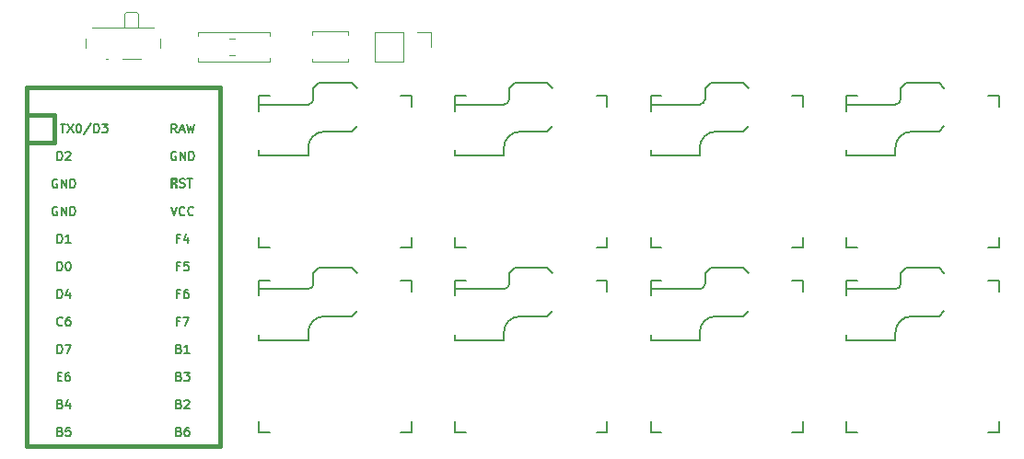
<source format=gbr>
%TF.GenerationSoftware,KiCad,Pcbnew,5.1.8*%
%TF.CreationDate,2021-02-04T11:55:25-06:00*%
%TF.ProjectId,small-paintbrush-hotswap,736d616c-6c2d-4706-9169-6e7462727573,rev?*%
%TF.SameCoordinates,Original*%
%TF.FileFunction,Legend,Top*%
%TF.FilePolarity,Positive*%
%FSLAX46Y46*%
G04 Gerber Fmt 4.6, Leading zero omitted, Abs format (unit mm)*
G04 Created by KiCad (PCBNEW 5.1.8) date 2021-02-04 11:55:25*
%MOMM*%
%LPD*%
G01*
G04 APERTURE LIST*
%ADD10C,0.150000*%
%ADD11C,0.381000*%
%ADD12C,0.120000*%
G04 APERTURE END LIST*
D10*
%TO.C,KEY3*%
X130500000Y-32800000D02*
X130500000Y-33500000D01*
X130500000Y-33500000D02*
X126000000Y-33500000D01*
X131500000Y-26800000D02*
X131000000Y-27300000D01*
X131000000Y-28300000D02*
X131000000Y-27300000D01*
X126000000Y-28800000D02*
X130500000Y-28800000D01*
X135000000Y-30800000D02*
X134500000Y-31300000D01*
X126000000Y-29400000D02*
X126000000Y-28800000D01*
X134500000Y-31300000D02*
X132000000Y-31300000D01*
X135000000Y-27300000D02*
X134500000Y-26800000D01*
X134500000Y-26800000D02*
X131500000Y-26800000D01*
X126000000Y-33500000D02*
X126000000Y-33000000D01*
X140000000Y-28000000D02*
X140000000Y-29000000D01*
X139000000Y-28000000D02*
X140000000Y-28000000D01*
X140000000Y-42000000D02*
X139000000Y-42000000D01*
X140000000Y-41000000D02*
X140000000Y-42000000D01*
X126000000Y-42000000D02*
X126000000Y-41000000D01*
X127000000Y-42000000D02*
X126000000Y-42000000D01*
X126000000Y-28000000D02*
X127000000Y-28000000D01*
X126000000Y-29000000D02*
X126000000Y-28000000D01*
X132000000Y-31300000D02*
G75*
G03*
X130500000Y-32800000I0J-1500000D01*
G01*
X130500000Y-28800000D02*
G75*
G03*
X131000000Y-28300000I0J500000D01*
G01*
%TO.C,KEY8*%
X148500000Y-49800000D02*
X148500000Y-50500000D01*
X148500000Y-50500000D02*
X144000000Y-50500000D01*
X149500000Y-43800000D02*
X149000000Y-44300000D01*
X149000000Y-45300000D02*
X149000000Y-44300000D01*
X144000000Y-45800000D02*
X148500000Y-45800000D01*
X153000000Y-47800000D02*
X152500000Y-48300000D01*
X144000000Y-46400000D02*
X144000000Y-45800000D01*
X152500000Y-48300000D02*
X150000000Y-48300000D01*
X153000000Y-44300000D02*
X152500000Y-43800000D01*
X152500000Y-43800000D02*
X149500000Y-43800000D01*
X144000000Y-50500000D02*
X144000000Y-50000000D01*
X158000000Y-45000000D02*
X158000000Y-46000000D01*
X157000000Y-45000000D02*
X158000000Y-45000000D01*
X158000000Y-59000000D02*
X157000000Y-59000000D01*
X158000000Y-58000000D02*
X158000000Y-59000000D01*
X144000000Y-59000000D02*
X144000000Y-58000000D01*
X145000000Y-59000000D02*
X144000000Y-59000000D01*
X144000000Y-45000000D02*
X145000000Y-45000000D01*
X144000000Y-46000000D02*
X144000000Y-45000000D01*
X150000000Y-48300000D02*
G75*
G03*
X148500000Y-49800000I0J-1500000D01*
G01*
X148500000Y-45800000D02*
G75*
G03*
X149000000Y-45300000I0J500000D01*
G01*
%TO.C,KEY7*%
X130500000Y-49800000D02*
X130500000Y-50500000D01*
X130500000Y-50500000D02*
X126000000Y-50500000D01*
X131500000Y-43800000D02*
X131000000Y-44300000D01*
X131000000Y-45300000D02*
X131000000Y-44300000D01*
X126000000Y-45800000D02*
X130500000Y-45800000D01*
X135000000Y-47800000D02*
X134500000Y-48300000D01*
X126000000Y-46400000D02*
X126000000Y-45800000D01*
X134500000Y-48300000D02*
X132000000Y-48300000D01*
X135000000Y-44300000D02*
X134500000Y-43800000D01*
X134500000Y-43800000D02*
X131500000Y-43800000D01*
X126000000Y-50500000D02*
X126000000Y-50000000D01*
X140000000Y-45000000D02*
X140000000Y-46000000D01*
X139000000Y-45000000D02*
X140000000Y-45000000D01*
X140000000Y-59000000D02*
X139000000Y-59000000D01*
X140000000Y-58000000D02*
X140000000Y-59000000D01*
X126000000Y-59000000D02*
X126000000Y-58000000D01*
X127000000Y-59000000D02*
X126000000Y-59000000D01*
X126000000Y-45000000D02*
X127000000Y-45000000D01*
X126000000Y-46000000D02*
X126000000Y-45000000D01*
X132000000Y-48300000D02*
G75*
G03*
X130500000Y-49800000I0J-1500000D01*
G01*
X130500000Y-45800000D02*
G75*
G03*
X131000000Y-45300000I0J500000D01*
G01*
%TO.C,KEY6*%
X112500000Y-49800000D02*
X112500000Y-50500000D01*
X112500000Y-50500000D02*
X108000000Y-50500000D01*
X113500000Y-43800000D02*
X113000000Y-44300000D01*
X113000000Y-45300000D02*
X113000000Y-44300000D01*
X108000000Y-45800000D02*
X112500000Y-45800000D01*
X117000000Y-47800000D02*
X116500000Y-48300000D01*
X108000000Y-46400000D02*
X108000000Y-45800000D01*
X116500000Y-48300000D02*
X114000000Y-48300000D01*
X117000000Y-44300000D02*
X116500000Y-43800000D01*
X116500000Y-43800000D02*
X113500000Y-43800000D01*
X108000000Y-50500000D02*
X108000000Y-50000000D01*
X122000000Y-45000000D02*
X122000000Y-46000000D01*
X121000000Y-45000000D02*
X122000000Y-45000000D01*
X122000000Y-59000000D02*
X121000000Y-59000000D01*
X122000000Y-58000000D02*
X122000000Y-59000000D01*
X108000000Y-59000000D02*
X108000000Y-58000000D01*
X109000000Y-59000000D02*
X108000000Y-59000000D01*
X108000000Y-45000000D02*
X109000000Y-45000000D01*
X108000000Y-46000000D02*
X108000000Y-45000000D01*
X114000000Y-48300000D02*
G75*
G03*
X112500000Y-49800000I0J-1500000D01*
G01*
X112500000Y-45800000D02*
G75*
G03*
X113000000Y-45300000I0J500000D01*
G01*
%TO.C,KEY5*%
X94500000Y-49800000D02*
X94500000Y-50500000D01*
X94500000Y-50500000D02*
X90000000Y-50500000D01*
X95500000Y-43800000D02*
X95000000Y-44300000D01*
X95000000Y-45300000D02*
X95000000Y-44300000D01*
X90000000Y-45800000D02*
X94500000Y-45800000D01*
X99000000Y-47800000D02*
X98500000Y-48300000D01*
X90000000Y-46400000D02*
X90000000Y-45800000D01*
X98500000Y-48300000D02*
X96000000Y-48300000D01*
X99000000Y-44300000D02*
X98500000Y-43800000D01*
X98500000Y-43800000D02*
X95500000Y-43800000D01*
X90000000Y-50500000D02*
X90000000Y-50000000D01*
X104000000Y-45000000D02*
X104000000Y-46000000D01*
X103000000Y-45000000D02*
X104000000Y-45000000D01*
X104000000Y-59000000D02*
X103000000Y-59000000D01*
X104000000Y-58000000D02*
X104000000Y-59000000D01*
X90000000Y-59000000D02*
X90000000Y-58000000D01*
X91000000Y-59000000D02*
X90000000Y-59000000D01*
X90000000Y-45000000D02*
X91000000Y-45000000D01*
X90000000Y-46000000D02*
X90000000Y-45000000D01*
X96000000Y-48300000D02*
G75*
G03*
X94500000Y-49800000I0J-1500000D01*
G01*
X94500000Y-45800000D02*
G75*
G03*
X95000000Y-45300000I0J500000D01*
G01*
%TO.C,KEY4*%
X148500000Y-32800000D02*
X148500000Y-33500000D01*
X148500000Y-33500000D02*
X144000000Y-33500000D01*
X149500000Y-26800000D02*
X149000000Y-27300000D01*
X149000000Y-28300000D02*
X149000000Y-27300000D01*
X144000000Y-28800000D02*
X148500000Y-28800000D01*
X153000000Y-30800000D02*
X152500000Y-31300000D01*
X144000000Y-29400000D02*
X144000000Y-28800000D01*
X152500000Y-31300000D02*
X150000000Y-31300000D01*
X153000000Y-27300000D02*
X152500000Y-26800000D01*
X152500000Y-26800000D02*
X149500000Y-26800000D01*
X144000000Y-33500000D02*
X144000000Y-33000000D01*
X158000000Y-28000000D02*
X158000000Y-29000000D01*
X157000000Y-28000000D02*
X158000000Y-28000000D01*
X158000000Y-42000000D02*
X157000000Y-42000000D01*
X158000000Y-41000000D02*
X158000000Y-42000000D01*
X144000000Y-42000000D02*
X144000000Y-41000000D01*
X145000000Y-42000000D02*
X144000000Y-42000000D01*
X144000000Y-28000000D02*
X145000000Y-28000000D01*
X144000000Y-29000000D02*
X144000000Y-28000000D01*
X150000000Y-31300000D02*
G75*
G03*
X148500000Y-32800000I0J-1500000D01*
G01*
X148500000Y-28800000D02*
G75*
G03*
X149000000Y-28300000I0J500000D01*
G01*
%TO.C,KEY2*%
X112500000Y-32800000D02*
X112500000Y-33500000D01*
X112500000Y-33500000D02*
X108000000Y-33500000D01*
X113500000Y-26800000D02*
X113000000Y-27300000D01*
X113000000Y-28300000D02*
X113000000Y-27300000D01*
X108000000Y-28800000D02*
X112500000Y-28800000D01*
X117000000Y-30800000D02*
X116500000Y-31300000D01*
X108000000Y-29400000D02*
X108000000Y-28800000D01*
X116500000Y-31300000D02*
X114000000Y-31300000D01*
X117000000Y-27300000D02*
X116500000Y-26800000D01*
X116500000Y-26800000D02*
X113500000Y-26800000D01*
X108000000Y-33500000D02*
X108000000Y-33000000D01*
X122000000Y-28000000D02*
X122000000Y-29000000D01*
X121000000Y-28000000D02*
X122000000Y-28000000D01*
X122000000Y-42000000D02*
X121000000Y-42000000D01*
X122000000Y-41000000D02*
X122000000Y-42000000D01*
X108000000Y-42000000D02*
X108000000Y-41000000D01*
X109000000Y-42000000D02*
X108000000Y-42000000D01*
X108000000Y-28000000D02*
X109000000Y-28000000D01*
X108000000Y-29000000D02*
X108000000Y-28000000D01*
X114000000Y-31300000D02*
G75*
G03*
X112500000Y-32800000I0J-1500000D01*
G01*
X112500000Y-28800000D02*
G75*
G03*
X113000000Y-28300000I0J500000D01*
G01*
%TO.C,KEY1*%
X94500000Y-32800000D02*
X94500000Y-33500000D01*
X94500000Y-33500000D02*
X90000000Y-33500000D01*
X95500000Y-26800000D02*
X95000000Y-27300000D01*
X95000000Y-28300000D02*
X95000000Y-27300000D01*
X90000000Y-28800000D02*
X94500000Y-28800000D01*
X99000000Y-30800000D02*
X98500000Y-31300000D01*
X90000000Y-29400000D02*
X90000000Y-28800000D01*
X98500000Y-31300000D02*
X96000000Y-31300000D01*
X99000000Y-27300000D02*
X98500000Y-26800000D01*
X98500000Y-26800000D02*
X95500000Y-26800000D01*
X90000000Y-33500000D02*
X90000000Y-33000000D01*
X104000000Y-28000000D02*
X104000000Y-29000000D01*
X103000000Y-28000000D02*
X104000000Y-28000000D01*
X104000000Y-42000000D02*
X103000000Y-42000000D01*
X104000000Y-41000000D02*
X104000000Y-42000000D01*
X90000000Y-42000000D02*
X90000000Y-41000000D01*
X91000000Y-42000000D02*
X90000000Y-42000000D01*
X90000000Y-28000000D02*
X91000000Y-28000000D01*
X90000000Y-29000000D02*
X90000000Y-28000000D01*
X96000000Y-31300000D02*
G75*
G03*
X94500000Y-32800000I0J-1500000D01*
G01*
X94500000Y-28800000D02*
G75*
G03*
X95000000Y-28300000I0J500000D01*
G01*
D11*
%TO.C,U1*%
X68610000Y-29760000D02*
X68610000Y-60240000D01*
X68610000Y-60240000D02*
X86390000Y-60240000D01*
X86390000Y-60240000D02*
X86390000Y-29760000D01*
X71150000Y-29760000D02*
X71150000Y-32300000D01*
X71150000Y-32300000D02*
X68610000Y-32300000D01*
D10*
G36*
X82431568Y-35639360D02*
G01*
X82431568Y-35939360D01*
X82331568Y-35939360D01*
X82331568Y-35639360D01*
X82431568Y-35639360D01*
G37*
X82431568Y-35639360D02*
X82431568Y-35939360D01*
X82331568Y-35939360D01*
X82331568Y-35639360D01*
X82431568Y-35639360D01*
G36*
X82231568Y-36039360D02*
G01*
X82231568Y-36139360D01*
X82131568Y-36139360D01*
X82131568Y-36039360D01*
X82231568Y-36039360D01*
G37*
X82231568Y-36039360D02*
X82231568Y-36139360D01*
X82131568Y-36139360D01*
X82131568Y-36039360D01*
X82231568Y-36039360D01*
G36*
X82431568Y-35639360D02*
G01*
X82431568Y-35739360D01*
X81931568Y-35739360D01*
X81931568Y-35639360D01*
X82431568Y-35639360D01*
G37*
X82431568Y-35639360D02*
X82431568Y-35739360D01*
X81931568Y-35739360D01*
X81931568Y-35639360D01*
X82431568Y-35639360D01*
G36*
X82031568Y-35639360D02*
G01*
X82031568Y-36439360D01*
X81931568Y-36439360D01*
X81931568Y-35639360D01*
X82031568Y-35639360D01*
G37*
X82031568Y-35639360D02*
X82031568Y-36439360D01*
X81931568Y-36439360D01*
X81931568Y-35639360D01*
X82031568Y-35639360D01*
G36*
X82431568Y-36239360D02*
G01*
X82431568Y-36439360D01*
X82331568Y-36439360D01*
X82331568Y-36239360D01*
X82431568Y-36239360D01*
G37*
X82431568Y-36239360D02*
X82431568Y-36439360D01*
X82331568Y-36439360D01*
X82331568Y-36239360D01*
X82431568Y-36239360D01*
D11*
X86390000Y-29760000D02*
X86390000Y-27220000D01*
X86390000Y-27220000D02*
X68610000Y-27220000D01*
X68610000Y-27220000D02*
X68610000Y-29760000D01*
X71150000Y-29760000D02*
X68610000Y-29760000D01*
D12*
%TO.C,R2*%
X90960000Y-24540000D02*
X90960000Y-24870000D01*
X90960000Y-24870000D02*
X84420000Y-24870000D01*
X84420000Y-24870000D02*
X84420000Y-24540000D01*
X90960000Y-22460000D02*
X90960000Y-22130000D01*
X90960000Y-22130000D02*
X84420000Y-22130000D01*
X84420000Y-22130000D02*
X84420000Y-22460000D01*
%TO.C,PUSH2*%
X94850000Y-24600000D02*
X94850000Y-24900000D01*
X94850000Y-24900000D02*
X98150000Y-24900000D01*
X98150000Y-24900000D02*
X98150000Y-24600000D01*
X94850000Y-22400000D02*
X94850000Y-22100000D01*
X94850000Y-22100000D02*
X98150000Y-22100000D01*
X98150000Y-22100000D02*
X98150000Y-22400000D01*
%TO.C,SW2*%
X76100000Y-24620000D02*
X75900000Y-24620000D01*
X78900000Y-20480000D02*
X78700000Y-20270000D01*
X77600000Y-20480000D02*
X77800000Y-20270000D01*
X78900000Y-21770000D02*
X78900000Y-20480000D01*
X78700000Y-20270000D02*
X77800000Y-20270000D01*
X77600000Y-20480000D02*
X77600000Y-21770000D01*
X80350000Y-21770000D02*
X74650000Y-21770000D01*
X79100000Y-24620000D02*
X77400000Y-24620000D01*
X80950000Y-23570000D02*
X80950000Y-22780000D01*
X74050000Y-22780000D02*
X74050000Y-23570000D01*
%TO.C,J1*%
X100630000Y-22170000D02*
X100630000Y-24830000D01*
X103230000Y-22170000D02*
X100630000Y-22170000D01*
X103230000Y-24830000D02*
X100630000Y-24830000D01*
X103230000Y-22170000D02*
X103230000Y-24830000D01*
X104500000Y-22170000D02*
X105830000Y-22170000D01*
X105830000Y-22170000D02*
X105830000Y-23500000D01*
%TO.C,R1*%
X87727064Y-24235000D02*
X87272936Y-24235000D01*
X87727064Y-22765000D02*
X87272936Y-22765000D01*
%TO.C,U1*%
D10*
X71737651Y-30591904D02*
X72194794Y-30591904D01*
X71966223Y-31391904D02*
X71966223Y-30591904D01*
X72385270Y-30591904D02*
X72918604Y-31391904D01*
X72918604Y-30591904D02*
X72385270Y-31391904D01*
X73375747Y-30591904D02*
X73451937Y-30591904D01*
X73528128Y-30630000D01*
X73566223Y-30668095D01*
X73604318Y-30744285D01*
X73642413Y-30896666D01*
X73642413Y-31087142D01*
X73604318Y-31239523D01*
X73566223Y-31315714D01*
X73528128Y-31353809D01*
X73451937Y-31391904D01*
X73375747Y-31391904D01*
X73299556Y-31353809D01*
X73261461Y-31315714D01*
X73223366Y-31239523D01*
X73185270Y-31087142D01*
X73185270Y-30896666D01*
X73223366Y-30744285D01*
X73261461Y-30668095D01*
X73299556Y-30630000D01*
X73375747Y-30591904D01*
X74556699Y-30553809D02*
X73870985Y-31582380D01*
X74823366Y-31391904D02*
X74823366Y-30591904D01*
X75013842Y-30591904D01*
X75128128Y-30630000D01*
X75204318Y-30706190D01*
X75242413Y-30782380D01*
X75280508Y-30934761D01*
X75280508Y-31049047D01*
X75242413Y-31201428D01*
X75204318Y-31277619D01*
X75128128Y-31353809D01*
X75013842Y-31391904D01*
X74823366Y-31391904D01*
X75547175Y-30591904D02*
X76042413Y-30591904D01*
X75775747Y-30896666D01*
X75890032Y-30896666D01*
X75966223Y-30934761D01*
X76004318Y-30972857D01*
X76042413Y-31049047D01*
X76042413Y-31239523D01*
X76004318Y-31315714D01*
X75966223Y-31353809D01*
X75890032Y-31391904D01*
X75661461Y-31391904D01*
X75585270Y-31353809D01*
X75547175Y-31315714D01*
X71448523Y-33931904D02*
X71448523Y-33131904D01*
X71639000Y-33131904D01*
X71753285Y-33170000D01*
X71829476Y-33246190D01*
X71867571Y-33322380D01*
X71905666Y-33474761D01*
X71905666Y-33589047D01*
X71867571Y-33741428D01*
X71829476Y-33817619D01*
X71753285Y-33893809D01*
X71639000Y-33931904D01*
X71448523Y-33931904D01*
X72210428Y-33208095D02*
X72248523Y-33170000D01*
X72324714Y-33131904D01*
X72515190Y-33131904D01*
X72591380Y-33170000D01*
X72629476Y-33208095D01*
X72667571Y-33284285D01*
X72667571Y-33360476D01*
X72629476Y-33474761D01*
X72172333Y-33931904D01*
X72667571Y-33931904D01*
X71448523Y-44091904D02*
X71448523Y-43291904D01*
X71639000Y-43291904D01*
X71753285Y-43330000D01*
X71829476Y-43406190D01*
X71867571Y-43482380D01*
X71905666Y-43634761D01*
X71905666Y-43749047D01*
X71867571Y-43901428D01*
X71829476Y-43977619D01*
X71753285Y-44053809D01*
X71639000Y-44091904D01*
X71448523Y-44091904D01*
X72400904Y-43291904D02*
X72477095Y-43291904D01*
X72553285Y-43330000D01*
X72591380Y-43368095D01*
X72629476Y-43444285D01*
X72667571Y-43596666D01*
X72667571Y-43787142D01*
X72629476Y-43939523D01*
X72591380Y-44015714D01*
X72553285Y-44053809D01*
X72477095Y-44091904D01*
X72400904Y-44091904D01*
X72324714Y-44053809D01*
X72286619Y-44015714D01*
X72248523Y-43939523D01*
X72210428Y-43787142D01*
X72210428Y-43596666D01*
X72248523Y-43444285D01*
X72286619Y-43368095D01*
X72324714Y-43330000D01*
X72400904Y-43291904D01*
X71448523Y-41551904D02*
X71448523Y-40751904D01*
X71639000Y-40751904D01*
X71753285Y-40790000D01*
X71829476Y-40866190D01*
X71867571Y-40942380D01*
X71905666Y-41094761D01*
X71905666Y-41209047D01*
X71867571Y-41361428D01*
X71829476Y-41437619D01*
X71753285Y-41513809D01*
X71639000Y-41551904D01*
X71448523Y-41551904D01*
X72667571Y-41551904D02*
X72210428Y-41551904D01*
X72439000Y-41551904D02*
X72439000Y-40751904D01*
X72362809Y-40866190D01*
X72286619Y-40942380D01*
X72210428Y-40980476D01*
X71429476Y-38250000D02*
X71353285Y-38211904D01*
X71239000Y-38211904D01*
X71124714Y-38250000D01*
X71048523Y-38326190D01*
X71010428Y-38402380D01*
X70972333Y-38554761D01*
X70972333Y-38669047D01*
X71010428Y-38821428D01*
X71048523Y-38897619D01*
X71124714Y-38973809D01*
X71239000Y-39011904D01*
X71315190Y-39011904D01*
X71429476Y-38973809D01*
X71467571Y-38935714D01*
X71467571Y-38669047D01*
X71315190Y-38669047D01*
X71810428Y-39011904D02*
X71810428Y-38211904D01*
X72267571Y-39011904D01*
X72267571Y-38211904D01*
X72648523Y-39011904D02*
X72648523Y-38211904D01*
X72839000Y-38211904D01*
X72953285Y-38250000D01*
X73029476Y-38326190D01*
X73067571Y-38402380D01*
X73105666Y-38554761D01*
X73105666Y-38669047D01*
X73067571Y-38821428D01*
X73029476Y-38897619D01*
X72953285Y-38973809D01*
X72839000Y-39011904D01*
X72648523Y-39011904D01*
X71429476Y-35710000D02*
X71353285Y-35671904D01*
X71239000Y-35671904D01*
X71124714Y-35710000D01*
X71048523Y-35786190D01*
X71010428Y-35862380D01*
X70972333Y-36014761D01*
X70972333Y-36129047D01*
X71010428Y-36281428D01*
X71048523Y-36357619D01*
X71124714Y-36433809D01*
X71239000Y-36471904D01*
X71315190Y-36471904D01*
X71429476Y-36433809D01*
X71467571Y-36395714D01*
X71467571Y-36129047D01*
X71315190Y-36129047D01*
X71810428Y-36471904D02*
X71810428Y-35671904D01*
X72267571Y-36471904D01*
X72267571Y-35671904D01*
X72648523Y-36471904D02*
X72648523Y-35671904D01*
X72839000Y-35671904D01*
X72953285Y-35710000D01*
X73029476Y-35786190D01*
X73067571Y-35862380D01*
X73105666Y-36014761D01*
X73105666Y-36129047D01*
X73067571Y-36281428D01*
X73029476Y-36357619D01*
X72953285Y-36433809D01*
X72839000Y-36471904D01*
X72648523Y-36471904D01*
X71448523Y-46631904D02*
X71448523Y-45831904D01*
X71639000Y-45831904D01*
X71753285Y-45870000D01*
X71829476Y-45946190D01*
X71867571Y-46022380D01*
X71905666Y-46174761D01*
X71905666Y-46289047D01*
X71867571Y-46441428D01*
X71829476Y-46517619D01*
X71753285Y-46593809D01*
X71639000Y-46631904D01*
X71448523Y-46631904D01*
X72591380Y-46098571D02*
X72591380Y-46631904D01*
X72400904Y-45793809D02*
X72210428Y-46365238D01*
X72705666Y-46365238D01*
X71905666Y-49095714D02*
X71867571Y-49133809D01*
X71753285Y-49171904D01*
X71677095Y-49171904D01*
X71562809Y-49133809D01*
X71486619Y-49057619D01*
X71448523Y-48981428D01*
X71410428Y-48829047D01*
X71410428Y-48714761D01*
X71448523Y-48562380D01*
X71486619Y-48486190D01*
X71562809Y-48410000D01*
X71677095Y-48371904D01*
X71753285Y-48371904D01*
X71867571Y-48410000D01*
X71905666Y-48448095D01*
X72591380Y-48371904D02*
X72439000Y-48371904D01*
X72362809Y-48410000D01*
X72324714Y-48448095D01*
X72248523Y-48562380D01*
X72210428Y-48714761D01*
X72210428Y-49019523D01*
X72248523Y-49095714D01*
X72286619Y-49133809D01*
X72362809Y-49171904D01*
X72515190Y-49171904D01*
X72591380Y-49133809D01*
X72629476Y-49095714D01*
X72667571Y-49019523D01*
X72667571Y-48829047D01*
X72629476Y-48752857D01*
X72591380Y-48714761D01*
X72515190Y-48676666D01*
X72362809Y-48676666D01*
X72286619Y-48714761D01*
X72248523Y-48752857D01*
X72210428Y-48829047D01*
X71448523Y-51711904D02*
X71448523Y-50911904D01*
X71639000Y-50911904D01*
X71753285Y-50950000D01*
X71829476Y-51026190D01*
X71867571Y-51102380D01*
X71905666Y-51254761D01*
X71905666Y-51369047D01*
X71867571Y-51521428D01*
X71829476Y-51597619D01*
X71753285Y-51673809D01*
X71639000Y-51711904D01*
X71448523Y-51711904D01*
X72172333Y-50911904D02*
X72705666Y-50911904D01*
X72362809Y-51711904D01*
X71486619Y-53832857D02*
X71753285Y-53832857D01*
X71867571Y-54251904D02*
X71486619Y-54251904D01*
X71486619Y-53451904D01*
X71867571Y-53451904D01*
X72553285Y-53451904D02*
X72400904Y-53451904D01*
X72324714Y-53490000D01*
X72286619Y-53528095D01*
X72210428Y-53642380D01*
X72172333Y-53794761D01*
X72172333Y-54099523D01*
X72210428Y-54175714D01*
X72248523Y-54213809D01*
X72324714Y-54251904D01*
X72477095Y-54251904D01*
X72553285Y-54213809D01*
X72591380Y-54175714D01*
X72629476Y-54099523D01*
X72629476Y-53909047D01*
X72591380Y-53832857D01*
X72553285Y-53794761D01*
X72477095Y-53756666D01*
X72324714Y-53756666D01*
X72248523Y-53794761D01*
X72210428Y-53832857D01*
X72172333Y-53909047D01*
X71715190Y-56372857D02*
X71829476Y-56410952D01*
X71867571Y-56449047D01*
X71905666Y-56525238D01*
X71905666Y-56639523D01*
X71867571Y-56715714D01*
X71829476Y-56753809D01*
X71753285Y-56791904D01*
X71448523Y-56791904D01*
X71448523Y-55991904D01*
X71715190Y-55991904D01*
X71791380Y-56030000D01*
X71829476Y-56068095D01*
X71867571Y-56144285D01*
X71867571Y-56220476D01*
X71829476Y-56296666D01*
X71791380Y-56334761D01*
X71715190Y-56372857D01*
X71448523Y-56372857D01*
X72591380Y-56258571D02*
X72591380Y-56791904D01*
X72400904Y-55953809D02*
X72210428Y-56525238D01*
X72705666Y-56525238D01*
X71715190Y-58912857D02*
X71829476Y-58950952D01*
X71867571Y-58989047D01*
X71905666Y-59065238D01*
X71905666Y-59179523D01*
X71867571Y-59255714D01*
X71829476Y-59293809D01*
X71753285Y-59331904D01*
X71448523Y-59331904D01*
X71448523Y-58531904D01*
X71715190Y-58531904D01*
X71791380Y-58570000D01*
X71829476Y-58608095D01*
X71867571Y-58684285D01*
X71867571Y-58760476D01*
X71829476Y-58836666D01*
X71791380Y-58874761D01*
X71715190Y-58912857D01*
X71448523Y-58912857D01*
X72629476Y-58531904D02*
X72248523Y-58531904D01*
X72210428Y-58912857D01*
X72248523Y-58874761D01*
X72324714Y-58836666D01*
X72515190Y-58836666D01*
X72591380Y-58874761D01*
X72629476Y-58912857D01*
X72667571Y-58989047D01*
X72667571Y-59179523D01*
X72629476Y-59255714D01*
X72591380Y-59293809D01*
X72515190Y-59331904D01*
X72324714Y-59331904D01*
X72248523Y-59293809D01*
X72210428Y-59255714D01*
X82637190Y-58912857D02*
X82751476Y-58950952D01*
X82789571Y-58989047D01*
X82827666Y-59065238D01*
X82827666Y-59179523D01*
X82789571Y-59255714D01*
X82751476Y-59293809D01*
X82675285Y-59331904D01*
X82370523Y-59331904D01*
X82370523Y-58531904D01*
X82637190Y-58531904D01*
X82713380Y-58570000D01*
X82751476Y-58608095D01*
X82789571Y-58684285D01*
X82789571Y-58760476D01*
X82751476Y-58836666D01*
X82713380Y-58874761D01*
X82637190Y-58912857D01*
X82370523Y-58912857D01*
X83513380Y-58531904D02*
X83361000Y-58531904D01*
X83284809Y-58570000D01*
X83246714Y-58608095D01*
X83170523Y-58722380D01*
X83132428Y-58874761D01*
X83132428Y-59179523D01*
X83170523Y-59255714D01*
X83208619Y-59293809D01*
X83284809Y-59331904D01*
X83437190Y-59331904D01*
X83513380Y-59293809D01*
X83551476Y-59255714D01*
X83589571Y-59179523D01*
X83589571Y-58989047D01*
X83551476Y-58912857D01*
X83513380Y-58874761D01*
X83437190Y-58836666D01*
X83284809Y-58836666D01*
X83208619Y-58874761D01*
X83170523Y-58912857D01*
X83132428Y-58989047D01*
X82637190Y-53832857D02*
X82751476Y-53870952D01*
X82789571Y-53909047D01*
X82827666Y-53985238D01*
X82827666Y-54099523D01*
X82789571Y-54175714D01*
X82751476Y-54213809D01*
X82675285Y-54251904D01*
X82370523Y-54251904D01*
X82370523Y-53451904D01*
X82637190Y-53451904D01*
X82713380Y-53490000D01*
X82751476Y-53528095D01*
X82789571Y-53604285D01*
X82789571Y-53680476D01*
X82751476Y-53756666D01*
X82713380Y-53794761D01*
X82637190Y-53832857D01*
X82370523Y-53832857D01*
X83094333Y-53451904D02*
X83589571Y-53451904D01*
X83322904Y-53756666D01*
X83437190Y-53756666D01*
X83513380Y-53794761D01*
X83551476Y-53832857D01*
X83589571Y-53909047D01*
X83589571Y-54099523D01*
X83551476Y-54175714D01*
X83513380Y-54213809D01*
X83437190Y-54251904D01*
X83208619Y-54251904D01*
X83132428Y-54213809D01*
X83094333Y-54175714D01*
X82637190Y-51292857D02*
X82751476Y-51330952D01*
X82789571Y-51369047D01*
X82827666Y-51445238D01*
X82827666Y-51559523D01*
X82789571Y-51635714D01*
X82751476Y-51673809D01*
X82675285Y-51711904D01*
X82370523Y-51711904D01*
X82370523Y-50911904D01*
X82637190Y-50911904D01*
X82713380Y-50950000D01*
X82751476Y-50988095D01*
X82789571Y-51064285D01*
X82789571Y-51140476D01*
X82751476Y-51216666D01*
X82713380Y-51254761D01*
X82637190Y-51292857D01*
X82370523Y-51292857D01*
X83589571Y-51711904D02*
X83132428Y-51711904D01*
X83361000Y-51711904D02*
X83361000Y-50911904D01*
X83284809Y-51026190D01*
X83208619Y-51102380D01*
X83132428Y-51140476D01*
X82694333Y-41132857D02*
X82427666Y-41132857D01*
X82427666Y-41551904D02*
X82427666Y-40751904D01*
X82808619Y-40751904D01*
X83456238Y-41018571D02*
X83456238Y-41551904D01*
X83265761Y-40713809D02*
X83075285Y-41285238D01*
X83570523Y-41285238D01*
X81894333Y-38211904D02*
X82161000Y-39011904D01*
X82427666Y-38211904D01*
X83151476Y-38935714D02*
X83113380Y-38973809D01*
X82999095Y-39011904D01*
X82922904Y-39011904D01*
X82808619Y-38973809D01*
X82732428Y-38897619D01*
X82694333Y-38821428D01*
X82656238Y-38669047D01*
X82656238Y-38554761D01*
X82694333Y-38402380D01*
X82732428Y-38326190D01*
X82808619Y-38250000D01*
X82922904Y-38211904D01*
X82999095Y-38211904D01*
X83113380Y-38250000D01*
X83151476Y-38288095D01*
X83951476Y-38935714D02*
X83913380Y-38973809D01*
X83799095Y-39011904D01*
X83722904Y-39011904D01*
X83608619Y-38973809D01*
X83532428Y-38897619D01*
X83494333Y-38821428D01*
X83456238Y-38669047D01*
X83456238Y-38554761D01*
X83494333Y-38402380D01*
X83532428Y-38326190D01*
X83608619Y-38250000D01*
X83722904Y-38211904D01*
X83799095Y-38211904D01*
X83913380Y-38250000D01*
X83951476Y-38288095D01*
X82699786Y-36403809D02*
X82814072Y-36441904D01*
X83004548Y-36441904D01*
X83080739Y-36403809D01*
X83118834Y-36365714D01*
X83156929Y-36289523D01*
X83156929Y-36213333D01*
X83118834Y-36137142D01*
X83080739Y-36099047D01*
X83004548Y-36060952D01*
X82852167Y-36022857D01*
X82775977Y-35984761D01*
X82737881Y-35946666D01*
X82699786Y-35870476D01*
X82699786Y-35794285D01*
X82737881Y-35718095D01*
X82775977Y-35680000D01*
X82852167Y-35641904D01*
X83042643Y-35641904D01*
X83156929Y-35680000D01*
X83385500Y-35641904D02*
X83842643Y-35641904D01*
X83614072Y-36441904D02*
X83614072Y-35641904D01*
X82351476Y-33170000D02*
X82275285Y-33131904D01*
X82161000Y-33131904D01*
X82046714Y-33170000D01*
X81970523Y-33246190D01*
X81932428Y-33322380D01*
X81894333Y-33474761D01*
X81894333Y-33589047D01*
X81932428Y-33741428D01*
X81970523Y-33817619D01*
X82046714Y-33893809D01*
X82161000Y-33931904D01*
X82237190Y-33931904D01*
X82351476Y-33893809D01*
X82389571Y-33855714D01*
X82389571Y-33589047D01*
X82237190Y-33589047D01*
X82732428Y-33931904D02*
X82732428Y-33131904D01*
X83189571Y-33931904D01*
X83189571Y-33131904D01*
X83570523Y-33931904D02*
X83570523Y-33131904D01*
X83761000Y-33131904D01*
X83875285Y-33170000D01*
X83951476Y-33246190D01*
X83989571Y-33322380D01*
X84027666Y-33474761D01*
X84027666Y-33589047D01*
X83989571Y-33741428D01*
X83951476Y-33817619D01*
X83875285Y-33893809D01*
X83761000Y-33931904D01*
X83570523Y-33931904D01*
X82408619Y-31391904D02*
X82141952Y-31010952D01*
X81951476Y-31391904D02*
X81951476Y-30591904D01*
X82256238Y-30591904D01*
X82332428Y-30630000D01*
X82370523Y-30668095D01*
X82408619Y-30744285D01*
X82408619Y-30858571D01*
X82370523Y-30934761D01*
X82332428Y-30972857D01*
X82256238Y-31010952D01*
X81951476Y-31010952D01*
X82713380Y-31163333D02*
X83094333Y-31163333D01*
X82637190Y-31391904D02*
X82903857Y-30591904D01*
X83170523Y-31391904D01*
X83361000Y-30591904D02*
X83551476Y-31391904D01*
X83703857Y-30820476D01*
X83856238Y-31391904D01*
X84046714Y-30591904D01*
X82694333Y-43672857D02*
X82427666Y-43672857D01*
X82427666Y-44091904D02*
X82427666Y-43291904D01*
X82808619Y-43291904D01*
X83494333Y-43291904D02*
X83113380Y-43291904D01*
X83075285Y-43672857D01*
X83113380Y-43634761D01*
X83189571Y-43596666D01*
X83380047Y-43596666D01*
X83456238Y-43634761D01*
X83494333Y-43672857D01*
X83532428Y-43749047D01*
X83532428Y-43939523D01*
X83494333Y-44015714D01*
X83456238Y-44053809D01*
X83380047Y-44091904D01*
X83189571Y-44091904D01*
X83113380Y-44053809D01*
X83075285Y-44015714D01*
X82694333Y-46212857D02*
X82427666Y-46212857D01*
X82427666Y-46631904D02*
X82427666Y-45831904D01*
X82808619Y-45831904D01*
X83456238Y-45831904D02*
X83303857Y-45831904D01*
X83227666Y-45870000D01*
X83189571Y-45908095D01*
X83113380Y-46022380D01*
X83075285Y-46174761D01*
X83075285Y-46479523D01*
X83113380Y-46555714D01*
X83151476Y-46593809D01*
X83227666Y-46631904D01*
X83380047Y-46631904D01*
X83456238Y-46593809D01*
X83494333Y-46555714D01*
X83532428Y-46479523D01*
X83532428Y-46289047D01*
X83494333Y-46212857D01*
X83456238Y-46174761D01*
X83380047Y-46136666D01*
X83227666Y-46136666D01*
X83151476Y-46174761D01*
X83113380Y-46212857D01*
X83075285Y-46289047D01*
X82694333Y-48752857D02*
X82427666Y-48752857D01*
X82427666Y-49171904D02*
X82427666Y-48371904D01*
X82808619Y-48371904D01*
X83037190Y-48371904D02*
X83570523Y-48371904D01*
X83227666Y-49171904D01*
X82637190Y-56372857D02*
X82751476Y-56410952D01*
X82789571Y-56449047D01*
X82827666Y-56525238D01*
X82827666Y-56639523D01*
X82789571Y-56715714D01*
X82751476Y-56753809D01*
X82675285Y-56791904D01*
X82370523Y-56791904D01*
X82370523Y-55991904D01*
X82637190Y-55991904D01*
X82713380Y-56030000D01*
X82751476Y-56068095D01*
X82789571Y-56144285D01*
X82789571Y-56220476D01*
X82751476Y-56296666D01*
X82713380Y-56334761D01*
X82637190Y-56372857D01*
X82370523Y-56372857D01*
X83132428Y-56068095D02*
X83170523Y-56030000D01*
X83246714Y-55991904D01*
X83437190Y-55991904D01*
X83513380Y-56030000D01*
X83551476Y-56068095D01*
X83589571Y-56144285D01*
X83589571Y-56220476D01*
X83551476Y-56334761D01*
X83094333Y-56791904D01*
X83589571Y-56791904D01*
%TD*%
M02*

</source>
